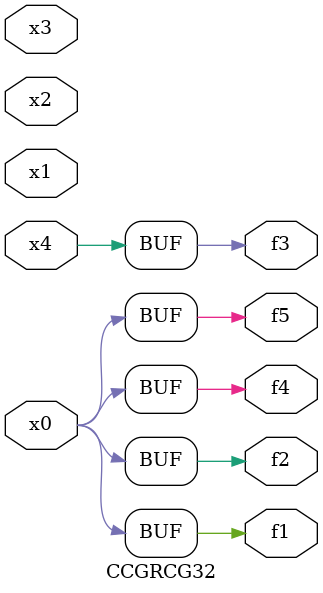
<source format=v>
module CCGRCG32(
	input x0, x1, x2, x3, x4,
	output f1, f2, f3, f4, f5
);
	assign f1 = x0;
	assign f2 = x0;
	assign f3 = x4;
	assign f4 = x0;
	assign f5 = x0;
endmodule

</source>
